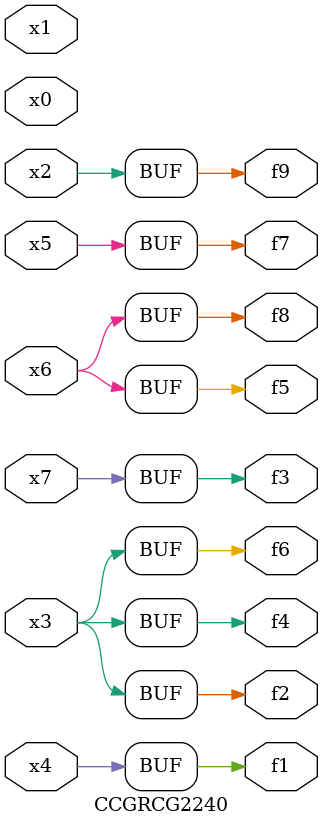
<source format=v>
module CCGRCG2240(
	input x0, x1, x2, x3, x4, x5, x6, x7,
	output f1, f2, f3, f4, f5, f6, f7, f8, f9
);
	assign f1 = x4;
	assign f2 = x3;
	assign f3 = x7;
	assign f4 = x3;
	assign f5 = x6;
	assign f6 = x3;
	assign f7 = x5;
	assign f8 = x6;
	assign f9 = x2;
endmodule

</source>
